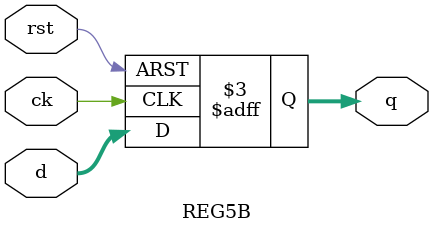
<source format=v>
module REG5B (rst, ck, d, q);
	
	input rst, ck;
	input[4:0] d; 
	output  reg[4:0] q;
	
	always @(posedge ck or negedge rst)
	
		begin 
			if (rst == 1'b0)
				q <= 5'b0000;
			else 
				q <= d; 
		end 
		
endmodule 
</source>
